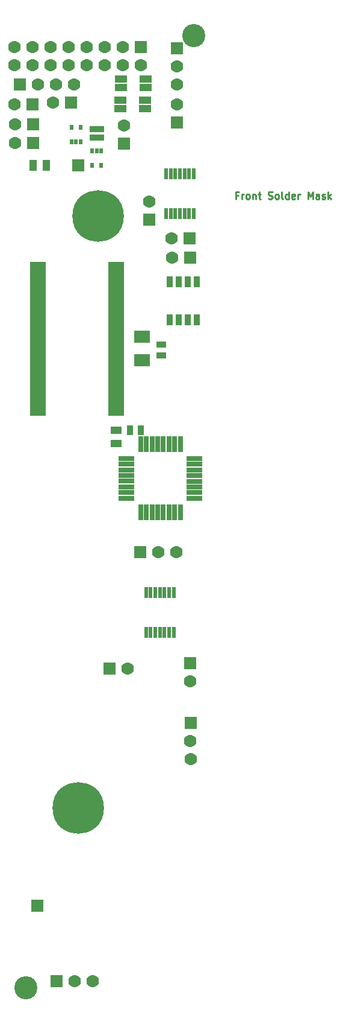
<source format=gts>
G04 (created by PCBNEW (2013-mar-13)-testing) date Fri 03 May 2013 14:03:15 BST*
%MOIN*%
G04 Gerber Fmt 3.4, Leading zero omitted, Abs format*
%FSLAX34Y34*%
G01*
G70*
G90*
G04 APERTURE LIST*
%ADD10C,0.006*%
%ADD11C,0.00984252*%
%ADD12C,0.127953*%
%ADD13C,0.285433*%
%ADD14R,0.0688976X0.0413386*%
%ADD15R,0.0216425X0.0354425*%
%ADD16R,0.0898425X0.0698425*%
%ADD17R,0.0448425X0.0648425*%
%ADD18R,0.0548425X0.0348425*%
%ADD19R,0.0348425X0.0548425*%
%ADD20R,0.0698425X0.0698425*%
%ADD21C,0.0698425*%
%ADD22R,0.0885425X0.0334425*%
%ADD23R,0.0216425X0.0610425*%
%ADD24R,0.0885425X0.0275425*%
%ADD25R,0.0275425X0.0885425*%
%ADD26R,0.0218425X0.0298425*%
%ADD27R,0.0648425X0.0448425*%
%ADD28R,0.0334425X0.0649425*%
G04 APERTURE END LIST*
G54D10*
G54D11*
X23067Y-31704D02*
X22936Y-31704D01*
X22936Y-31910D02*
X22936Y-31516D01*
X23123Y-31516D01*
X23273Y-31910D02*
X23273Y-31647D01*
X23273Y-31722D02*
X23292Y-31685D01*
X23311Y-31666D01*
X23348Y-31647D01*
X23386Y-31647D01*
X23573Y-31910D02*
X23536Y-31891D01*
X23517Y-31872D01*
X23498Y-31835D01*
X23498Y-31722D01*
X23517Y-31685D01*
X23536Y-31666D01*
X23573Y-31647D01*
X23630Y-31647D01*
X23667Y-31666D01*
X23686Y-31685D01*
X23705Y-31722D01*
X23705Y-31835D01*
X23686Y-31872D01*
X23667Y-31891D01*
X23630Y-31910D01*
X23573Y-31910D01*
X23873Y-31647D02*
X23873Y-31910D01*
X23873Y-31685D02*
X23892Y-31666D01*
X23929Y-31647D01*
X23986Y-31647D01*
X24023Y-31666D01*
X24042Y-31704D01*
X24042Y-31910D01*
X24173Y-31647D02*
X24323Y-31647D01*
X24229Y-31516D02*
X24229Y-31854D01*
X24248Y-31891D01*
X24286Y-31910D01*
X24323Y-31910D01*
X24736Y-31891D02*
X24792Y-31910D01*
X24886Y-31910D01*
X24923Y-31891D01*
X24942Y-31872D01*
X24961Y-31835D01*
X24961Y-31797D01*
X24942Y-31760D01*
X24923Y-31741D01*
X24886Y-31722D01*
X24811Y-31704D01*
X24773Y-31685D01*
X24754Y-31666D01*
X24736Y-31629D01*
X24736Y-31591D01*
X24754Y-31554D01*
X24773Y-31535D01*
X24811Y-31516D01*
X24904Y-31516D01*
X24961Y-31535D01*
X25186Y-31910D02*
X25148Y-31891D01*
X25129Y-31872D01*
X25111Y-31835D01*
X25111Y-31722D01*
X25129Y-31685D01*
X25148Y-31666D01*
X25186Y-31647D01*
X25242Y-31647D01*
X25279Y-31666D01*
X25298Y-31685D01*
X25317Y-31722D01*
X25317Y-31835D01*
X25298Y-31872D01*
X25279Y-31891D01*
X25242Y-31910D01*
X25186Y-31910D01*
X25542Y-31910D02*
X25504Y-31891D01*
X25486Y-31854D01*
X25486Y-31516D01*
X25860Y-31910D02*
X25860Y-31516D01*
X25860Y-31891D02*
X25823Y-31910D01*
X25748Y-31910D01*
X25711Y-31891D01*
X25692Y-31872D01*
X25673Y-31835D01*
X25673Y-31722D01*
X25692Y-31685D01*
X25711Y-31666D01*
X25748Y-31647D01*
X25823Y-31647D01*
X25860Y-31666D01*
X26198Y-31891D02*
X26160Y-31910D01*
X26085Y-31910D01*
X26048Y-31891D01*
X26029Y-31854D01*
X26029Y-31704D01*
X26048Y-31666D01*
X26085Y-31647D01*
X26160Y-31647D01*
X26198Y-31666D01*
X26217Y-31704D01*
X26217Y-31741D01*
X26029Y-31779D01*
X26385Y-31910D02*
X26385Y-31647D01*
X26385Y-31722D02*
X26404Y-31685D01*
X26423Y-31666D01*
X26460Y-31647D01*
X26498Y-31647D01*
X26929Y-31910D02*
X26929Y-31516D01*
X27060Y-31797D01*
X27192Y-31516D01*
X27192Y-31910D01*
X27548Y-31910D02*
X27548Y-31704D01*
X27529Y-31666D01*
X27492Y-31647D01*
X27417Y-31647D01*
X27379Y-31666D01*
X27548Y-31891D02*
X27510Y-31910D01*
X27417Y-31910D01*
X27379Y-31891D01*
X27360Y-31854D01*
X27360Y-31816D01*
X27379Y-31779D01*
X27417Y-31760D01*
X27510Y-31760D01*
X27548Y-31741D01*
X27717Y-31891D02*
X27754Y-31910D01*
X27829Y-31910D01*
X27866Y-31891D01*
X27885Y-31854D01*
X27885Y-31835D01*
X27866Y-31797D01*
X27829Y-31779D01*
X27773Y-31779D01*
X27735Y-31760D01*
X27717Y-31722D01*
X27717Y-31704D01*
X27735Y-31666D01*
X27773Y-31647D01*
X27829Y-31647D01*
X27866Y-31666D01*
X28054Y-31910D02*
X28054Y-31516D01*
X28091Y-31760D02*
X28204Y-31910D01*
X28204Y-31647D02*
X28054Y-31797D01*
G54D12*
X11299Y-75500D03*
G54D13*
X15305Y-32844D03*
X14206Y-65549D03*
G54D14*
X16574Y-25295D03*
X16574Y-25767D03*
X17952Y-25767D03*
X17952Y-25295D03*
G54D15*
X15535Y-28051D03*
X15338Y-28051D03*
X15141Y-28051D03*
X14944Y-28051D03*
X14944Y-28504D03*
X15141Y-28504D03*
X15338Y-28504D03*
X15535Y-28504D03*
G54D16*
X17736Y-39537D03*
X17736Y-40837D03*
G54D17*
X11695Y-30070D03*
X12445Y-30070D03*
G54D18*
X18809Y-39955D03*
X18809Y-40555D03*
G54D19*
X17674Y-44673D03*
X17074Y-44673D03*
G54D20*
X17673Y-23515D03*
G54D21*
X17673Y-24515D03*
X16673Y-23515D03*
X16673Y-24515D03*
X15673Y-23515D03*
X15673Y-24515D03*
X14673Y-23515D03*
X14673Y-24515D03*
X13673Y-23515D03*
X13673Y-24515D03*
X12673Y-23515D03*
X12673Y-24515D03*
X11673Y-23515D03*
X11673Y-24515D03*
X10673Y-23515D03*
X10673Y-24515D03*
G54D22*
X16302Y-43727D03*
X16302Y-43412D03*
X16302Y-43097D03*
X16302Y-42782D03*
X16302Y-42467D03*
X16302Y-42152D03*
X16302Y-41837D03*
X16302Y-41522D03*
X16302Y-41207D03*
X16302Y-40892D03*
X16302Y-40577D03*
X16302Y-40262D03*
X16302Y-39947D03*
X16302Y-39633D03*
X16302Y-39318D03*
X16302Y-39003D03*
X16302Y-38688D03*
X16302Y-38373D03*
X16302Y-38058D03*
X16302Y-37743D03*
X16302Y-37428D03*
X16302Y-37113D03*
X16302Y-36798D03*
X16302Y-36483D03*
X16302Y-36168D03*
X16302Y-35853D03*
X16302Y-35538D03*
X11971Y-35538D03*
X11971Y-35853D03*
X11971Y-36168D03*
X11971Y-36483D03*
X11971Y-36798D03*
X11971Y-37113D03*
X11971Y-37428D03*
X11971Y-37743D03*
X11971Y-38058D03*
X11971Y-38373D03*
X11971Y-38688D03*
X11971Y-39003D03*
X11971Y-39318D03*
X11971Y-39633D03*
X11971Y-39947D03*
X11971Y-40262D03*
X11971Y-40577D03*
X11971Y-40892D03*
X11971Y-41207D03*
X11971Y-41522D03*
X11971Y-41837D03*
X11971Y-42152D03*
X11971Y-42467D03*
X11971Y-42782D03*
X11971Y-43097D03*
X11971Y-43412D03*
X11971Y-43727D03*
G54D20*
X20393Y-57551D03*
G54D21*
X20393Y-58551D03*
G54D20*
X11690Y-26692D03*
G54D21*
X10690Y-26692D03*
G54D20*
X11700Y-27783D03*
G54D21*
X10700Y-27783D03*
G54D23*
X19496Y-53648D03*
X19246Y-53648D03*
X18986Y-53648D03*
X18736Y-53648D03*
X18476Y-53648D03*
X18221Y-53648D03*
X17966Y-53648D03*
X17966Y-55848D03*
X18221Y-55848D03*
X18476Y-55848D03*
X18736Y-55848D03*
X18991Y-55848D03*
X19246Y-55848D03*
X19501Y-55848D03*
X20602Y-30504D03*
X20352Y-30504D03*
X20092Y-30504D03*
X19842Y-30504D03*
X19582Y-30504D03*
X19327Y-30504D03*
X19072Y-30504D03*
X19072Y-32704D03*
X19327Y-32704D03*
X19582Y-32704D03*
X19842Y-32704D03*
X20097Y-32704D03*
X20352Y-32704D03*
X20607Y-32704D03*
G54D24*
X16879Y-48447D03*
X16879Y-48132D03*
X16879Y-47817D03*
X16879Y-47502D03*
X16879Y-47187D03*
X16879Y-46872D03*
X16879Y-46557D03*
X16879Y-46242D03*
X20645Y-46244D03*
X20645Y-48454D03*
X20645Y-48134D03*
X20645Y-47814D03*
X20645Y-47504D03*
X20645Y-47184D03*
X20645Y-46874D03*
X20645Y-46554D03*
G54D25*
X17663Y-45454D03*
X17977Y-45454D03*
X18293Y-45454D03*
X18607Y-45454D03*
X18923Y-45454D03*
X19237Y-45454D03*
X19553Y-45454D03*
X19867Y-45454D03*
X17665Y-49234D03*
X17975Y-49234D03*
X18295Y-49234D03*
X18605Y-49234D03*
X18915Y-49234D03*
X19235Y-49234D03*
X19555Y-49234D03*
X19875Y-49234D03*
G54D26*
X13836Y-28738D03*
X14336Y-28738D03*
X13836Y-27938D03*
X14086Y-28738D03*
X14336Y-27938D03*
X15482Y-29261D03*
X14982Y-29261D03*
X15482Y-30061D03*
X15232Y-29261D03*
X14982Y-30061D03*
G54D20*
X17647Y-51407D03*
G54D21*
X18647Y-51407D03*
X19647Y-51407D03*
G54D20*
X20429Y-60850D03*
G54D21*
X20393Y-61850D03*
X20429Y-62850D03*
G54D20*
X16732Y-28840D03*
G54D21*
X16732Y-27840D03*
G54D20*
X13025Y-75127D03*
G54D21*
X14025Y-75127D03*
X15025Y-75127D03*
G54D20*
X19665Y-27685D03*
G54D21*
X19665Y-26685D03*
G54D20*
X14224Y-30059D03*
X11700Y-28834D03*
G54D21*
X10700Y-28834D03*
G54D20*
X18145Y-33051D03*
G54D21*
X18145Y-32051D03*
G54D27*
X16303Y-45426D03*
X16303Y-44676D03*
G54D14*
X16531Y-26464D03*
X16531Y-26937D03*
X17909Y-26937D03*
X17909Y-26464D03*
G54D20*
X19665Y-23596D03*
G54D21*
X19665Y-24596D03*
X19665Y-25596D03*
G54D20*
X11940Y-70960D03*
X15944Y-57862D03*
G54D21*
X16944Y-57862D03*
G54D20*
X20397Y-35161D03*
G54D21*
X19397Y-35161D03*
G54D20*
X20389Y-34090D03*
G54D21*
X19389Y-34090D03*
G54D12*
X20600Y-22900D03*
G54D28*
X20769Y-38581D03*
X20769Y-36481D03*
X20269Y-38581D03*
X19769Y-38581D03*
X19269Y-38581D03*
X20269Y-36481D03*
X19769Y-36481D03*
X19269Y-36481D03*
G54D20*
X10988Y-25578D03*
G54D21*
X11988Y-25578D03*
X12988Y-25578D03*
X13988Y-25578D03*
G54D20*
X13807Y-26574D03*
G54D21*
X12807Y-26574D03*
M02*

</source>
